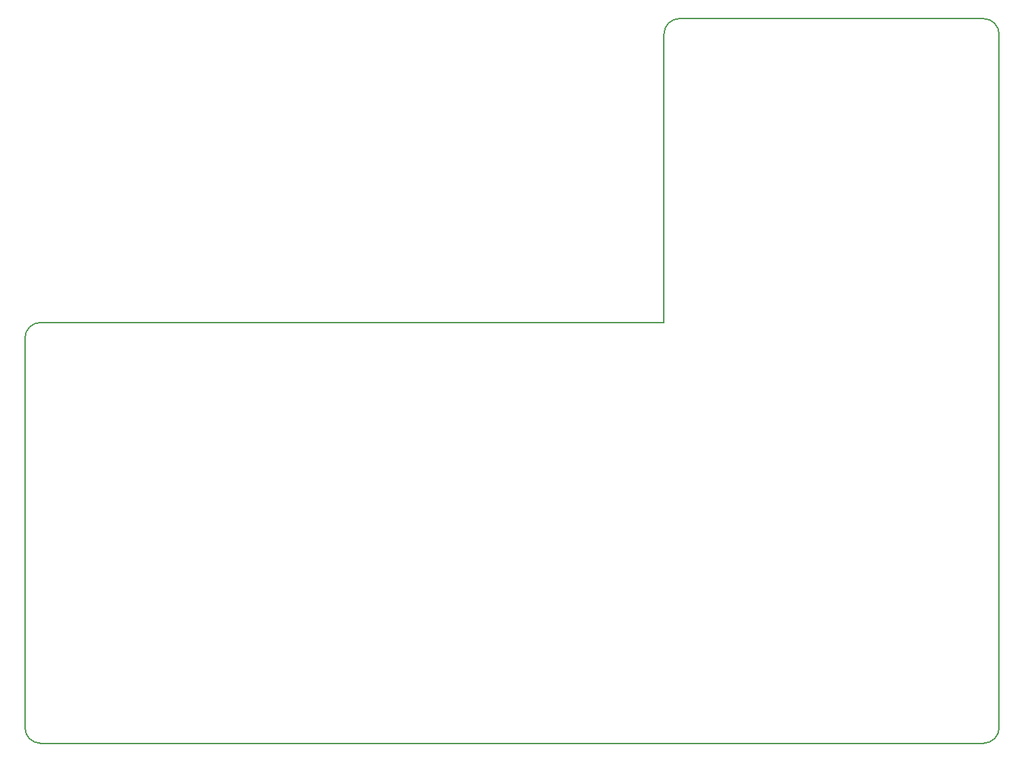
<source format=gm1>
%TF.GenerationSoftware,KiCad,Pcbnew,6.0.5-a6ca702e91~116~ubuntu20.04.1*%
%TF.CreationDate,2022-05-19T23:39:57-06:00*%
%TF.ProjectId,hvac-v2,68766163-2d76-4322-9e6b-696361645f70,rev?*%
%TF.SameCoordinates,Original*%
%TF.FileFunction,Profile,NP*%
%FSLAX46Y46*%
G04 Gerber Fmt 4.6, Leading zero omitted, Abs format (unit mm)*
G04 Created by KiCad (PCBNEW 6.0.5-a6ca702e91~116~ubuntu20.04.1) date 2022-05-19 23:39:57*
%MOMM*%
%LPD*%
G01*
G04 APERTURE LIST*
%TA.AperFunction,Profile*%
%ADD10C,0.150000*%
%TD*%
G04 APERTURE END LIST*
D10*
X30000000Y-100000000D02*
X30000000Y-150000000D01*
X153000000Y-59000000D02*
X114000000Y-59000000D01*
X112000000Y-61000000D02*
X112000000Y-98000000D01*
X30000000Y-150000000D02*
G75*
G03*
X32000000Y-152000000I2000000J0D01*
G01*
X155000000Y-61000000D02*
G75*
G03*
X153000000Y-59000000I-2000000J0D01*
G01*
X155000000Y-150000000D02*
X155000000Y-61000000D01*
X32000000Y-152000000D02*
X153000000Y-152000000D01*
X32000000Y-98000000D02*
G75*
G03*
X30000000Y-100000000I0J-2000000D01*
G01*
X114000000Y-59000000D02*
G75*
G03*
X112000000Y-61000000I0J-2000000D01*
G01*
X112000000Y-98000000D02*
X32000000Y-98000000D01*
X153000000Y-152000000D02*
G75*
G03*
X155000000Y-150000000I0J2000000D01*
G01*
M02*

</source>
